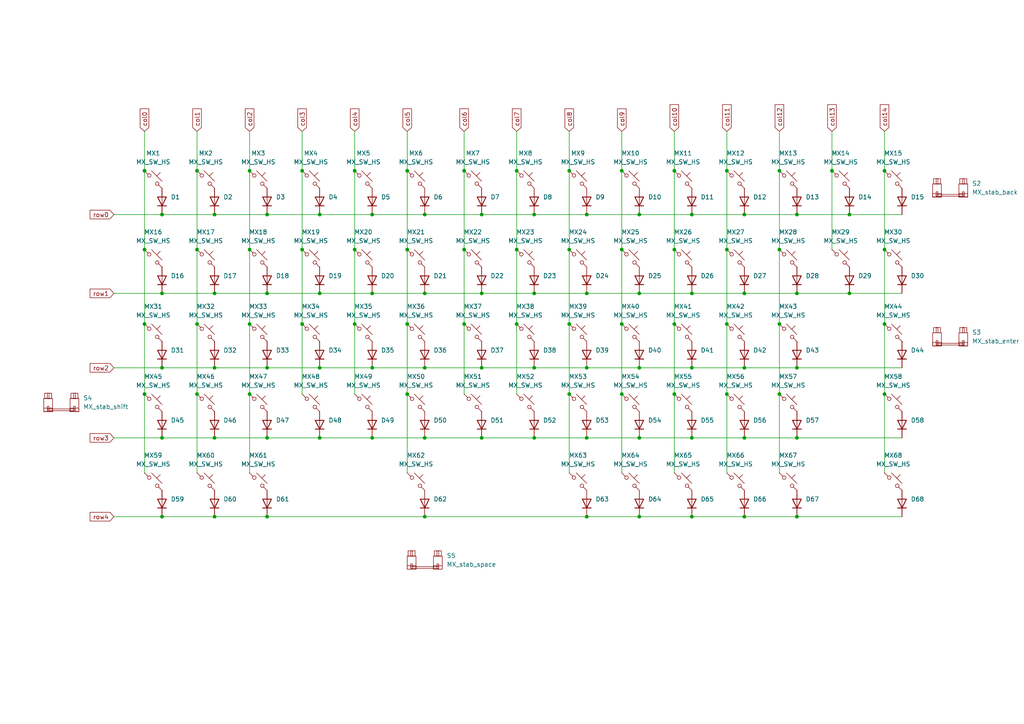
<source format=kicad_sch>
(kicad_sch (version 20231120) (generator "eeschema") (generator_version "8.0")
  (paper "A4")
  (junction (at 92.71 62.23))
  (junction (at 170.18 127))
  (junction (at 134.62 93.98))
  (junction (at 154.94 127))
  (junction (at 210.82 49.53))
  (junction (at 170.18 149.86))
  (junction (at 102.87 49.53))
  (junction (at 195.58 114.3))
  (junction (at 77.47 62.23))
  (junction (at 57.15 114.3))
  (junction (at 165.1 93.98))
  (junction (at 200.66 62.23))
  (junction (at 195.58 49.53))
  (junction (at 165.1 49.53))
  (junction (at 46.99 127))
  (junction (at 185.42 85.09))
  (junction (at 185.42 62.23))
  (junction (at 231.14 127))
  (junction (at 87.63 49.53))
  (junction (at 62.23 127))
  (junction (at 180.34 72.39))
  (junction (at 154.94 106.68))
  (junction (at 118.11 93.98))
  (junction (at 185.42 127))
  (junction (at 215.9 127))
  (junction (at 87.63 72.39))
  (junction (at 215.9 106.68))
  (junction (at 185.42 149.86))
  (junction (at 149.86 49.53))
  (junction (at 92.71 127))
  (junction (at 46.99 149.86))
  (junction (at 118.11 72.39))
  (junction (at 139.7 106.68))
  (junction (at 139.7 62.23))
  (junction (at 231.14 62.23))
  (junction (at 170.18 85.09))
  (junction (at 41.91 72.39))
  (junction (at 41.91 93.98))
  (junction (at 256.54 49.53))
  (junction (at 256.54 114.3))
  (junction (at 180.34 49.53))
  (junction (at 165.1 72.39))
  (junction (at 57.15 93.98))
  (junction (at 226.06 49.53))
  (junction (at 41.91 114.3))
  (junction (at 246.38 85.09))
  (junction (at 200.66 127))
  (junction (at 139.7 127))
  (junction (at 62.23 106.68))
  (junction (at 107.95 127))
  (junction (at 256.54 72.39))
  (junction (at 149.86 93.98))
  (junction (at 170.18 62.23))
  (junction (at 200.66 149.86))
  (junction (at 46.99 85.09))
  (junction (at 72.39 114.3))
  (junction (at 123.19 149.86))
  (junction (at 195.58 72.39))
  (junction (at 118.11 114.3))
  (junction (at 92.71 85.09))
  (junction (at 139.7 85.09))
  (junction (at 72.39 93.98))
  (junction (at 46.99 106.68))
  (junction (at 180.34 114.3))
  (junction (at 185.42 106.68))
  (junction (at 107.95 62.23))
  (junction (at 195.58 93.98))
  (junction (at 92.71 106.68))
  (junction (at 107.95 85.09))
  (junction (at 77.47 149.86))
  (junction (at 154.94 62.23))
  (junction (at 62.23 149.86))
  (junction (at 200.66 106.68))
  (junction (at 62.23 85.09))
  (junction (at 77.47 85.09))
  (junction (at 210.82 114.3))
  (junction (at 231.14 149.86))
  (junction (at 102.87 72.39))
  (junction (at 77.47 106.68))
  (junction (at 102.87 93.98))
  (junction (at 77.47 127))
  (junction (at 123.19 127))
  (junction (at 57.15 49.53))
  (junction (at 180.34 93.98))
  (junction (at 246.38 62.23))
  (junction (at 165.1 114.3))
  (junction (at 215.9 85.09))
  (junction (at 62.23 62.23))
  (junction (at 226.06 93.98))
  (junction (at 241.3 49.53))
  (junction (at 226.06 72.39))
  (junction (at 215.9 62.23))
  (junction (at 210.82 93.98))
  (junction (at 123.19 85.09))
  (junction (at 107.95 106.68))
  (junction (at 154.94 85.09))
  (junction (at 72.39 72.39))
  (junction (at 231.14 85.09))
  (junction (at 57.15 72.39))
  (junction (at 210.82 72.39))
  (junction (at 231.14 106.68))
  (junction (at 200.66 85.09))
  (junction (at 123.19 62.23))
  (junction (at 87.63 93.98))
  (junction (at 118.11 49.53))
  (junction (at 41.91 49.53))
  (junction (at 226.06 114.3))
  (junction (at 256.54 93.98))
  (junction (at 170.18 106.68))
  (junction (at 72.39 49.53))
  (junction (at 46.99 62.23))
  (junction (at 134.62 72.39))
  (junction (at 134.62 49.53))
  (junction (at 215.9 149.86))
  (junction (at 149.86 72.39))
  (junction (at 123.19 106.68))
  (wire (pts (xy 57.15 49.53) (xy 57.15 72.39)))
  (wire (pts (xy 92.71 62.23) (xy 107.95 62.23)))
  (wire (pts (xy 102.87 49.53) (xy 102.87 72.39)))
  (wire (pts (xy 165.1 93.98) (xy 165.1 114.3)))
  (wire (pts (xy 149.86 72.39) (xy 149.86 93.98)))
  (wire (pts (xy 118.11 93.98) (xy 118.11 114.3)))
  (wire (pts (xy 210.82 114.3) (xy 210.82 137.16)))
  (wire (pts (xy 87.63 38.1) (xy 87.63 49.53)))
  (wire (pts (xy 215.9 149.86) (xy 231.14 149.86)))
  (wire (pts (xy 226.06 72.39) (xy 226.06 93.98)))
  (wire (pts (xy 87.63 93.98) (xy 87.63 114.3)))
  (wire (pts (xy 200.66 85.09) (xy 215.9 85.09)))
  (wire (pts (xy 185.42 85.09) (xy 200.66 85.09)))
  (wire (pts (xy 231.14 106.68) (xy 261.62 106.68)))
  (wire (pts (xy 195.58 49.53) (xy 195.58 72.39)))
  (wire (pts (xy 77.47 127) (xy 92.71 127)))
  (wire (pts (xy 77.47 62.23) (xy 92.71 62.23)))
  (wire (pts (xy 246.38 85.09) (xy 261.62 85.09)))
  (wire (pts (xy 41.91 49.53) (xy 41.91 72.39)))
  (wire (pts (xy 139.7 85.09) (xy 154.94 85.09)))
  (wire (pts (xy 118.11 114.3) (xy 118.11 137.16)))
  (wire (pts (xy 134.62 49.53) (xy 134.62 72.39)))
  (wire (pts (xy 123.19 62.23) (xy 139.7 62.23)))
  (wire (pts (xy 123.19 127) (xy 139.7 127)))
  (wire (pts (xy 154.94 127) (xy 170.18 127)))
  (wire (pts (xy 46.99 106.68) (xy 62.23 106.68)))
  (wire (pts (xy 107.95 127) (xy 123.19 127)))
  (wire (pts (xy 226.06 93.98) (xy 226.06 114.3)))
  (wire (pts (xy 210.82 49.53) (xy 210.82 72.39)))
  (wire (pts (xy 118.11 38.1) (xy 118.11 49.53)))
  (wire (pts (xy 180.34 114.3) (xy 180.34 137.16)))
  (wire (pts (xy 154.94 62.23) (xy 170.18 62.23)))
  (wire (pts (xy 77.47 106.68) (xy 92.71 106.68)))
  (wire (pts (xy 195.58 93.98) (xy 195.58 114.3)))
  (wire (pts (xy 226.06 114.3) (xy 226.06 137.16)))
  (wire (pts (xy 57.15 38.1) (xy 57.15 49.53)))
  (wire (pts (xy 62.23 127) (xy 77.47 127)))
  (wire (pts (xy 165.1 49.53) (xy 165.1 72.39)))
  (wire (pts (xy 210.82 93.98) (xy 210.82 114.3)))
  (wire (pts (xy 195.58 38.1) (xy 195.58 49.53)))
  (wire (pts (xy 170.18 85.09) (xy 185.42 85.09)))
  (wire (pts (xy 200.66 127) (xy 215.9 127)))
  (wire (pts (xy 41.91 72.39) (xy 41.91 93.98)))
  (wire (pts (xy 241.3 49.53) (xy 241.3 72.39)))
  (wire (pts (xy 231.14 62.23) (xy 246.38 62.23)))
  (wire (pts (xy 165.1 114.3) (xy 165.1 137.16)))
  (wire (pts (xy 215.9 106.68) (xy 231.14 106.68)))
  (wire (pts (xy 33.02 85.09) (xy 46.99 85.09)))
  (wire (pts (xy 246.38 62.23) (xy 261.62 62.23)))
  (wire (pts (xy 180.34 49.53) (xy 180.34 72.39)))
  (wire (pts (xy 215.9 127) (xy 231.14 127)))
  (wire (pts (xy 215.9 62.23) (xy 231.14 62.23)))
  (wire (pts (xy 139.7 62.23) (xy 154.94 62.23)))
  (wire (pts (xy 57.15 114.3) (xy 57.15 137.16)))
  (wire (pts (xy 154.94 85.09) (xy 170.18 85.09)))
  (wire (pts (xy 77.47 149.86) (xy 123.19 149.86)))
  (wire (pts (xy 87.63 49.53) (xy 87.63 72.39)))
  (wire (pts (xy 46.99 62.23) (xy 62.23 62.23)))
  (wire (pts (xy 118.11 49.53) (xy 118.11 72.39)))
  (wire (pts (xy 62.23 85.09) (xy 77.47 85.09)))
  (wire (pts (xy 41.91 93.98) (xy 41.91 114.3)))
  (wire (pts (xy 92.71 127) (xy 107.95 127)))
  (wire (pts (xy 231.14 127) (xy 261.62 127)))
  (wire (pts (xy 215.9 85.09) (xy 231.14 85.09)))
  (wire (pts (xy 87.63 72.39) (xy 87.63 93.98)))
  (wire (pts (xy 107.95 106.68) (xy 123.19 106.68)))
  (wire (pts (xy 123.19 149.86) (xy 170.18 149.86)))
  (wire (pts (xy 185.42 106.68) (xy 200.66 106.68)))
  (wire (pts (xy 185.42 62.23) (xy 200.66 62.23)))
  (wire (pts (xy 256.54 49.53) (xy 256.54 72.39)))
  (wire (pts (xy 149.86 38.1) (xy 149.86 49.53)))
  (wire (pts (xy 62.23 62.23) (xy 77.47 62.23)))
  (wire (pts (xy 180.34 38.1) (xy 180.34 49.53)))
  (wire (pts (xy 195.58 114.3) (xy 195.58 137.16)))
  (wire (pts (xy 195.58 72.39) (xy 195.58 93.98)))
  (wire (pts (xy 200.66 149.86) (xy 215.9 149.86)))
  (wire (pts (xy 134.62 38.1) (xy 134.62 49.53)))
  (wire (pts (xy 62.23 106.68) (xy 77.47 106.68)))
  (wire (pts (xy 77.47 85.09) (xy 92.71 85.09)))
  (wire (pts (xy 41.91 38.1) (xy 41.91 49.53)))
  (wire (pts (xy 165.1 38.1) (xy 165.1 49.53)))
  (wire (pts (xy 92.71 106.68) (xy 107.95 106.68)))
  (wire (pts (xy 62.23 149.86) (xy 77.47 149.86)))
  (wire (pts (xy 72.39 38.1) (xy 72.39 49.53)))
  (wire (pts (xy 170.18 149.86) (xy 185.42 149.86)))
  (wire (pts (xy 33.02 62.23) (xy 46.99 62.23)))
  (wire (pts (xy 256.54 93.98) (xy 256.54 114.3)))
  (wire (pts (xy 139.7 127) (xy 154.94 127)))
  (wire (pts (xy 200.66 106.68) (xy 215.9 106.68)))
  (wire (pts (xy 180.34 93.98) (xy 180.34 114.3)))
  (wire (pts (xy 210.82 38.1) (xy 210.82 49.53)))
  (wire (pts (xy 149.86 93.98) (xy 149.86 114.3)))
  (wire (pts (xy 41.91 114.3) (xy 41.91 137.16)))
  (wire (pts (xy 154.94 106.68) (xy 170.18 106.68)))
  (wire (pts (xy 149.86 49.53) (xy 149.86 72.39)))
  (wire (pts (xy 33.02 149.86) (xy 46.99 149.86)))
  (wire (pts (xy 231.14 85.09) (xy 246.38 85.09)))
  (wire (pts (xy 102.87 72.39) (xy 102.87 93.98)))
  (wire (pts (xy 72.39 114.3) (xy 72.39 137.16)))
  (wire (pts (xy 231.14 149.86) (xy 261.62 149.86)))
  (wire (pts (xy 226.06 49.53) (xy 226.06 72.39)))
  (wire (pts (xy 72.39 49.53) (xy 72.39 72.39)))
  (wire (pts (xy 72.39 72.39) (xy 72.39 93.98)))
  (wire (pts (xy 107.95 62.23) (xy 123.19 62.23)))
  (wire (pts (xy 170.18 127) (xy 185.42 127)))
  (wire (pts (xy 170.18 62.23) (xy 185.42 62.23)))
  (wire (pts (xy 185.42 127) (xy 200.66 127)))
  (wire (pts (xy 72.39 93.98) (xy 72.39 114.3)))
  (wire (pts (xy 102.87 93.98) (xy 102.87 114.3)))
  (wire (pts (xy 165.1 72.39) (xy 165.1 93.98)))
  (wire (pts (xy 200.66 149.86) (xy 185.42 149.86)))
  (wire (pts (xy 256.54 38.1) (xy 256.54 49.53)))
  (wire (pts (xy 46.99 149.86) (xy 62.23 149.86)))
  (wire (pts (xy 134.62 72.39) (xy 134.62 93.98)))
  (wire (pts (xy 46.99 85.09) (xy 62.23 85.09)))
  (wire (pts (xy 92.71 85.09) (xy 107.95 85.09)))
  (wire (pts (xy 226.06 38.1) (xy 226.06 49.53)))
  (wire (pts (xy 170.18 106.68) (xy 185.42 106.68)))
  (wire (pts (xy 57.15 93.98) (xy 57.15 114.3)))
  (wire (pts (xy 102.87 38.1) (xy 102.87 49.53)))
  (wire (pts (xy 46.99 127) (xy 62.23 127)))
  (wire (pts (xy 134.62 93.98) (xy 134.62 114.3)))
  (wire (pts (xy 107.95 85.09) (xy 123.19 85.09)))
  (wire (pts (xy 118.11 72.39) (xy 118.11 93.98)))
  (wire (pts (xy 123.19 106.68) (xy 139.7 106.68)))
  (wire (pts (xy 210.82 72.39) (xy 210.82 93.98)))
  (wire (pts (xy 123.19 85.09) (xy 139.7 85.09)))
  (wire (pts (xy 139.7 106.68) (xy 154.94 106.68)))
  (wire (pts (xy 180.34 72.39) (xy 180.34 93.98)))
  (wire (pts (xy 57.15 72.39) (xy 57.15 93.98)))
  (wire (pts (xy 33.02 127) (xy 46.99 127)))
  (wire (pts (xy 200.66 62.23) (xy 215.9 62.23)))
  (wire (pts (xy 256.54 72.39) (xy 256.54 93.98)))
  (wire (pts (xy 33.02 106.68) (xy 46.99 106.68)))
  (wire (pts (xy 241.3 38.1) (xy 241.3 49.53)))
  (wire (pts (xy 256.54 114.3) (xy 256.54 137.16)))
  (global_label "col8" (shape input) (at 165.1 38.1 90) (property "Intersheetrefs" "${INTERSHEET_REFS}" (effects (hide yes))))
  (global_label "col3" (shape input) (at 87.63 38.1 90) (property "Intersheetrefs" "${INTERSHEET_REFS}" (effects (hide yes))))
  (global_label "col10" (shape input) (at 195.58 38.1 90) (property "Intersheetrefs" "${INTERSHEET_REFS}" (effects (hide yes))))
  (global_label "col2" (shape input) (at 72.39 38.1 90) (property "Intersheetrefs" "${INTERSHEET_REFS}" (effects (hide yes))))
  (global_label "col5" (shape input) (at 118.11 38.1 90) (property "Intersheetrefs" "${INTERSHEET_REFS}" (effects (hide yes))))
  (global_label "col4" (shape input) (at 102.87 38.1 90) (property "Intersheetrefs" "${INTERSHEET_REFS}" (effects (hide yes))))
  (global_label "col12" (shape input) (at 226.06 38.1 90) (property "Intersheetrefs" "${INTERSHEET_REFS}" (effects (hide yes))))
  (global_label "col14" (shape input) (at 256.54 38.1 90) (property "Intersheetrefs" "${INTERSHEET_REFS}" (effects (hide yes))))
  (global_label "col0" (shape input) (at 41.91 38.1 90) (property "Intersheetrefs" "${INTERSHEET_REFS}" (effects (hide yes))))
  (global_label "col6" (shape input) (at 134.62 38.1 90) (property "Intersheetrefs" "${INTERSHEET_REFS}" (effects (hide yes))))
  (global_label "col7" (shape input) (at 149.86 38.1 90) (property "Intersheetrefs" "${INTERSHEET_REFS}" (effects (hide yes))))
  (global_label "row2" (shape input) (at 33.02 106.68 180) (property "Intersheetrefs" "${INTERSHEET_REFS}" (effects (hide yes))))
  (global_label "col9" (shape input) (at 180.34 38.1 90) (property "Intersheetrefs" "${INTERSHEET_REFS}" (effects (hide yes))))
  (global_label "col11" (shape input) (at 210.82 38.1 90) (property "Intersheetrefs" "${INTERSHEET_REFS}" (effects (hide yes))))
  (global_label "row3" (shape input) (at 33.02 127 180) (property "Intersheetrefs" "${INTERSHEET_REFS}" (effects (hide yes))))
  (global_label "col13" (shape input) (at 241.3 38.1 90) (property "Intersheetrefs" "${INTERSHEET_REFS}" (effects (hide yes))))
  (global_label "row0" (shape input) (at 33.02 62.23 180) (property "Intersheetrefs" "${INTERSHEET_REFS}" (effects (hide yes))))
  (global_label "col1" (shape input) (at 57.15 38.1 90) (property "Intersheetrefs" "${INTERSHEET_REFS}" (effects (hide yes))))
  (global_label "row1" (shape input) (at 33.02 85.09 180) (property "Intersheetrefs" "${INTERSHEET_REFS}" (effects (hide yes))))
  (global_label "row4" (shape input) (at 33.02 149.86 180) (property "Intersheetrefs" "${INTERSHEET_REFS}" (effects (hide yes))))
  (symbol (lib_id "PCM_marbastlib-mx:MX_SW_HS_CPG151101S11") (at 90.17 116.84 0) (unit 1)
    (property "Reference" "MX48" (at 90.17 109.22 0))
    (property "Value" "MX_SW_HS" (at 90.17 111.76 0))
    (property "Footprint" "PCM_marbastlib-mx:SW_MX_HS_CPG151101S11_1u" (effects (hide yes)))
    (property "Description" "Push button switch, normally open, two pins, 45° tilted, Kailh CPG151101S11 for Cherry MX style switches" (effects (hide yes)))
  )
  (symbol (lib_id "PCM_marbastlib-mx:MX_SW_HS_CPG151101S11") (at 167.64 52.07 0) (unit 1)
    (property "Reference" "MX9" (at 167.64 44.45 0))
    (property "Value" "MX_SW_HS" (at 167.64 46.99 0))
    (property "Footprint" "PCM_marbastlib-mx:SW_MX_HS_CPG151101S11_1u" (effects (hide yes)))
    (property "Description" "Push button switch, normally open, two pins, 45° tilted, Kailh CPG151101S11 for Cherry MX style switches" (effects (hide yes)))
  )
  (symbol (lib_id "Device:D") (at 46.99 123.19 90) (unit 1)
    (property "Reference" "D45" (at 49.53 121.9199 90) (effects (justify right)))
    (property "Value" "D" (effects (hide yes)))
    (property "Footprint" "Diode_SMD:D_SOD-123" (effects (hide yes)))
    (property "Description" "Diode" (effects (hide yes)))
    (property "Sim.Device" "D" (effects (hide yes)))
    (property "Sim.Pins" "1=K 2=A" (effects (hide yes)))
  )
  (symbol (lib_id "Device:D") (at 170.18 102.87 90) (unit 1)
    (property "Reference" "D39" (at 172.72 101.5999 90) (effects (justify right)))
    (property "Value" "D" (effects (hide yes)))
    (property "Footprint" "Diode_SMD:D_SOD-123" (effects (hide yes)))
    (property "Description" "Diode" (effects (hide yes)))
    (property "Sim.Device" "D" (effects (hide yes)))
    (property "Sim.Pins" "1=K 2=A" (effects (hide yes)))
  )
  (symbol (lib_id "Device:D") (at 107.95 102.87 90) (unit 1)
    (property "Reference" "D35" (at 110.49 101.5999 90) (effects (justify right)))
    (property "Value" "D" (effects (hide yes)))
    (property "Footprint" "Diode_SMD:D_SOD-123" (effects (hide yes)))
    (property "Description" "Diode" (effects (hide yes)))
    (property "Sim.Device" "D" (effects (hide yes)))
    (property "Sim.Pins" "1=K 2=A" (effects (hide yes)))
  )
  (symbol (lib_id "PCM_marbastlib-mx:MX_SW_HS_CPG151101S11") (at 120.65 96.52 0) (unit 1)
    (property "Reference" "MX36" (at 120.65 88.9 0))
    (property "Value" "MX_SW_HS" (at 120.65 91.44 0))
    (property "Footprint" "PCM_marbastlib-mx:SW_MX_HS_CPG151101S11_1u" (effects (hide yes)))
    (property "Description" "Push button switch, normally open, two pins, 45° tilted, Kailh CPG151101S11 for Cherry MX style switches" (effects (hide yes)))
  )
  (symbol (lib_id "Device:D") (at 200.66 102.87 90) (unit 1)
    (property "Reference" "D41" (at 203.2 101.5999 90) (effects (justify right)))
    (property "Value" "D" (effects (hide yes)))
    (property "Footprint" "Diode_SMD:D_SOD-123" (effects (hide yes)))
    (property "Description" "Diode" (effects (hide yes)))
    (property "Sim.Device" "D" (effects (hide yes)))
    (property "Sim.Pins" "1=K 2=A" (effects (hide yes)))
  )
  (symbol (lib_id "Device:D") (at 261.62 102.87 90) (unit 1)
    (property "Reference" "D44" (at 264.16 101.5999 90) (effects (justify right)))
    (property "Value" "D" (effects (hide yes)))
    (property "Footprint" "Diode_SMD:D_SOD-123" (effects (hide yes)))
    (property "Description" "Diode" (effects (hide yes)))
    (property "Sim.Device" "D" (effects (hide yes)))
    (property "Sim.Pins" "1=K 2=A" (effects (hide yes)))
  )
  (symbol (lib_id "PCM_marbastlib-mx:MX_SW_HS_CPG151101S11") (at 74.93 52.07 0) (unit 1)
    (property "Reference" "MX3" (at 74.93 44.45 0))
    (property "Value" "MX_SW_HS" (at 74.93 46.99 0))
    (property "Footprint" "PCM_marbastlib-mx:SW_MX_HS_CPG151101S11_1u" (effects (hide yes)))
    (property "Description" "Push button switch, normally open, two pins, 45° tilted, Kailh CPG151101S11 for Cherry MX style switches" (effects (hide yes)))
  )
  (symbol (lib_id "PCM_marbastlib-mx:MX_SW_HS_CPG151101S11") (at 259.08 96.52 0) (unit 1)
    (property "Reference" "MX44" (at 259.08 88.9 0))
    (property "Value" "MX_SW_HS" (at 259.08 91.44 0))
    (property "Footprint" "PCM_marbastlib-mx:SW_MX_HS_CPG151101S11_1u" (effects (hide yes)))
    (property "Description" "Push button switch, normally open, two pins, 45° tilted, Kailh CPG151101S11 for Cherry MX style switches" (effects (hide yes)))
  )
  (symbol (lib_id "Device:D") (at 200.66 81.28 90) (unit 1)
    (property "Reference" "D26" (at 203.2 80.0099 90) (effects (justify right)))
    (property "Value" "D" (effects (hide yes)))
    (property "Footprint" "Diode_SMD:D_SOD-123" (effects (hide yes)))
    (property "Description" "Diode" (effects (hide yes)))
    (property "Sim.Device" "D" (effects (hide yes)))
    (property "Sim.Pins" "1=K 2=A" (effects (hide yes)))
  )
  (symbol (lib_id "Device:D") (at 215.9 123.19 90) (unit 1)
    (property "Reference" "D56" (at 218.44 121.9199 90) (effects (justify right)))
    (property "Value" "D" (effects (hide yes)))
    (property "Footprint" "Diode_SMD:D_SOD-123" (effects (hide yes)))
    (property "Description" "Diode" (effects (hide yes)))
    (property "Sim.Device" "D" (effects (hide yes)))
    (property "Sim.Pins" "1=K 2=A" (effects (hide yes)))
  )
  (symbol (lib_id "PCM_marbastlib-mx:MX_SW_HS_CPG151101S11") (at 44.45 52.07 0) (unit 1)
    (property "Reference" "MX1" (at 44.45 44.45 0))
    (property "Value" "MX_SW_HS" (at 44.45 46.99 0))
    (property "Footprint" "PCM_marbastlib-mx:SW_MX_HS_CPG151101S11_1u" (effects (hide yes)))
    (property "Description" "Push button switch, normally open, two pins, 45° tilted, Kailh CPG151101S11 for Cherry MX style switches" (effects (hide yes)))
  )
  (symbol (lib_id "Device:D") (at 77.47 81.28 90) (unit 1)
    (property "Reference" "D18" (at 80.01 80.0099 90) (effects (justify right)))
    (property "Value" "D" (effects (hide yes)))
    (property "Footprint" "Diode_SMD:D_SOD-123" (effects (hide yes)))
    (property "Description" "Diode" (effects (hide yes)))
    (property "Sim.Device" "D" (effects (hide yes)))
    (property "Sim.Pins" "1=K 2=A" (effects (hide yes)))
  )
  (symbol (lib_id "Device:D") (at 62.23 81.28 90) (unit 1)
    (property "Reference" "D17" (at 64.77 80.0099 90) (effects (justify right)))
    (property "Value" "D" (effects (hide yes)))
    (property "Footprint" "Diode_SMD:D_SOD-123" (effects (hide yes)))
    (property "Description" "Diode" (effects (hide yes)))
    (property "Sim.Device" "D" (effects (hide yes)))
    (property "Sim.Pins" "1=K 2=A" (effects (hide yes)))
  )
  (symbol (lib_id "PCM_marbastlib-mx:MX_SW_HS_CPG151101S11") (at 105.41 96.52 0) (unit 1)
    (property "Reference" "MX35" (at 105.41 88.9 0))
    (property "Value" "MX_SW_HS" (at 105.41 91.44 0))
    (property "Footprint" "PCM_marbastlib-mx:SW_MX_HS_CPG151101S11_1u" (effects (hide yes)))
    (property "Description" "Push button switch, normally open, two pins, 45° tilted, Kailh CPG151101S11 for Cherry MX style switches" (effects (hide yes)))
  )
  (symbol (lib_id "Device:D") (at 200.66 123.19 90) (unit 1)
    (property "Reference" "D55" (at 203.2 121.9199 90) (effects (justify right)))
    (property "Value" "D" (effects (hide yes)))
    (property "Footprint" "Diode_SMD:D_SOD-123" (effects (hide yes)))
    (property "Description" "Diode" (effects (hide yes)))
    (property "Sim.Device" "D" (effects (hide yes)))
    (property "Sim.Pins" "1=K 2=A" (effects (hide yes)))
  )
  (symbol (lib_id "PCM_marbastlib-mx:MX_SW_HS_CPG151101S11") (at 198.12 116.84 0) (unit 1)
    (property "Reference" "MX55" (at 198.12 109.22 0))
    (property "Value" "MX_SW_HS" (at 198.12 111.76 0))
    (property "Footprint" "PCM_marbastlib-mx:SW_MX_HS_CPG151101S11_1u" (effects (hide yes)))
    (property "Description" "Push button switch, normally open, two pins, 45° tilted, Kailh CPG151101S11 for Cherry MX style switches" (effects (hide yes)))
  )
  (symbol (lib_id "PCM_marbastlib-mx:MX_SW_HS_CPG151101S11") (at 259.08 74.93 0) (unit 1)
    (property "Reference" "MX30" (at 259.08 67.31 0))
    (property "Value" "MX_SW_HS" (at 259.08 69.85 0))
    (property "Footprint" "PCM_marbastlib-mx:SW_MX_HS_CPG151101S11_1u" (effects (hide yes)))
    (property "Description" "Push button switch, normally open, two pins, 45° tilted, Kailh CPG151101S11 for Cherry MX style switches" (effects (hide yes)))
  )
  (symbol (lib_id "PCM_marbastlib-mx:MX_stab") (at 123.19 162.56 0) (unit 1)
    (property "Reference" "S5" (at 129.54 161.1629 0) (effects (justify left)))
    (property "Value" "MX_stab_space" (at 129.54 163.7029 0) (effects (justify left)))
    (property "Footprint" "PCM_marbastlib-mx:STAB_MX_P_6.25u" (effects (hide yes)))
    (property "Description" "Cherry MX-style stabilizer" (effects (hide yes)))
  )
  (symbol (lib_id "Device:D") (at 107.95 81.28 90) (unit 1)
    (property "Reference" "D20" (at 110.49 80.0099 90) (effects (justify right)))
    (property "Value" "D" (effects (hide yes)))
    (property "Footprint" "Diode_SMD:D_SOD-123" (effects (hide yes)))
    (property "Description" "Diode" (effects (hide yes)))
    (property "Sim.Device" "D" (effects (hide yes)))
    (property "Sim.Pins" "1=K 2=A" (effects (hide yes)))
  )
  (symbol (lib_id "Device:D") (at 62.23 102.87 90) (unit 1)
    (property "Reference" "D32" (at 64.77 101.5999 90) (effects (justify right)))
    (property "Value" "D" (effects (hide yes)))
    (property "Footprint" "Diode_SMD:D_SOD-123" (effects (hide yes)))
    (property "Description" "Diode" (effects (hide yes)))
    (property "Sim.Device" "D" (effects (hide yes)))
    (property "Sim.Pins" "1=K 2=A" (effects (hide yes)))
  )
  (symbol (lib_id "PCM_marbastlib-mx:MX_SW_HS_CPG151101S11") (at 74.93 74.93 0) (unit 1)
    (property "Reference" "MX18" (at 74.93 67.31 0))
    (property "Value" "MX_SW_HS" (at 74.93 69.85 0))
    (property "Footprint" "PCM_marbastlib-mx:SW_MX_HS_CPG151101S11_1u" (effects (hide yes)))
    (property "Description" "Push button switch, normally open, two pins, 45° tilted, Kailh CPG151101S11 for Cherry MX style switches" (effects (hide yes)))
  )
  (symbol (lib_id "Device:D") (at 185.42 123.19 90) (unit 1)
    (property "Reference" "D54" (at 187.96 121.9199 90) (effects (justify right)))
    (property "Value" "D" (effects (hide yes)))
    (property "Footprint" "Diode_SMD:D_SOD-123" (effects (hide yes)))
    (property "Description" "Diode" (effects (hide yes)))
    (property "Sim.Device" "D" (effects (hide yes)))
    (property "Sim.Pins" "1=K 2=A" (effects (hide yes)))
  )
  (symbol (lib_id "Device:D") (at 123.19 102.87 90) (unit 1)
    (property "Reference" "D36" (at 125.73 101.5999 90) (effects (justify right)))
    (property "Value" "D" (effects (hide yes)))
    (property "Footprint" "Diode_SMD:D_SOD-123" (effects (hide yes)))
    (property "Description" "Diode" (effects (hide yes)))
    (property "Sim.Device" "D" (effects (hide yes)))
    (property "Sim.Pins" "1=K 2=A" (effects (hide yes)))
  )
  (symbol (lib_id "PCM_marbastlib-mx:MX_SW_HS_CPG151101S11") (at 44.45 74.93 0) (unit 1)
    (property "Reference" "MX16" (at 44.45 67.31 0))
    (property "Value" "MX_SW_HS" (at 44.45 69.85 0))
    (property "Footprint" "PCM_marbastlib-mx:SW_MX_HS_CPG151101S11_1u" (effects (hide yes)))
    (property "Description" "Push button switch, normally open, two pins, 45° tilted, Kailh CPG151101S11 for Cherry MX style switches" (effects (hide yes)))
  )
  (symbol (lib_id "PCM_marbastlib-mx:MX_SW_HS_CPG151101S11") (at 59.69 139.7 0) (unit 1)
    (property "Reference" "MX60" (at 59.69 132.08 0))
    (property "Value" "MX_SW_HS" (at 59.69 134.62 0))
    (property "Footprint" "PCM_marbastlib-mx:SW_MX_HS_CPG151101S11_1u" (effects (hide yes)))
    (property "Description" "Push button switch, normally open, two pins, 45° tilted, Kailh CPG151101S11 for Cherry MX style switches" (effects (hide yes)))
  )
  (symbol (lib_id "Device:D") (at 123.19 58.42 90) (unit 1)
    (property "Reference" "D6" (at 125.73 57.1499 90) (effects (justify right)))
    (property "Value" "D" (effects (hide yes)))
    (property "Footprint" "Diode_SMD:D_SOD-123" (effects (hide yes)))
    (property "Description" "Diode" (effects (hide yes)))
    (property "Sim.Device" "D" (effects (hide yes)))
    (property "Sim.Pins" "1=K 2=A" (effects (hide yes)))
  )
  (symbol (lib_id "Device:D") (at 139.7 123.19 90) (unit 1)
    (property "Reference" "D51" (at 142.24 121.9199 90) (effects (justify right)))
    (property "Value" "D" (effects (hide yes)))
    (property "Footprint" "Diode_SMD:D_SOD-123" (effects (hide yes)))
    (property "Description" "Diode" (effects (hide yes)))
    (property "Sim.Device" "D" (effects (hide yes)))
    (property "Sim.Pins" "1=K 2=A" (effects (hide yes)))
  )
  (symbol (lib_id "PCM_marbastlib-mx:MX_SW_HS_CPG151101S11") (at 90.17 74.93 0) (unit 1)
    (property "Reference" "MX19" (at 90.17 67.31 0))
    (property "Value" "MX_SW_HS" (at 90.17 69.85 0))
    (property "Footprint" "PCM_marbastlib-mx:SW_MX_HS_CPG151101S11_1u" (effects (hide yes)))
    (property "Description" "Push button switch, normally open, two pins, 45° tilted, Kailh CPG151101S11 for Cherry MX style switches" (effects (hide yes)))
  )
  (symbol (lib_id "PCM_marbastlib-mx:MX_SW_HS_CPG151101S11") (at 44.45 96.52 0) (unit 1)
    (property "Reference" "MX31" (at 44.45 88.9 0))
    (property "Value" "MX_SW_HS" (at 44.45 91.44 0))
    (property "Footprint" "PCM_marbastlib-mx:SW_MX_HS_CPG151101S11_1u" (effects (hide yes)))
    (property "Description" "Push button switch, normally open, two pins, 45° tilted, Kailh CPG151101S11 for Cherry MX style switches" (effects (hide yes)))
  )
  (symbol (lib_id "Device:D") (at 62.23 58.42 90) (unit 1)
    (property "Reference" "D2" (at 64.77 57.1499 90) (effects (justify right)))
    (property "Value" "D" (effects (hide yes)))
    (property "Footprint" "Diode_SMD:D_SOD-123" (effects (hide yes)))
    (property "Description" "Diode" (effects (hide yes)))
    (property "Sim.Device" "D" (effects (hide yes)))
    (property "Sim.Pins" "1=K 2=A" (effects (hide yes)))
  )
  (symbol (lib_id "Device:D") (at 170.18 146.05 90) (unit 1)
    (property "Reference" "D63" (at 172.72 144.7799 90) (effects (justify right)))
    (property "Value" "D" (effects (hide yes)))
    (property "Footprint" "Diode_SMD:D_SOD-123" (effects (hide yes)))
    (property "Description" "Diode" (effects (hide yes)))
    (property "Sim.Device" "D" (effects (hide yes)))
    (property "Sim.Pins" "1=K 2=A" (effects (hide yes)))
  )
  (symbol (lib_id "PCM_marbastlib-mx:MX_SW_HS_CPG151101S11") (at 198.12 52.07 0) (unit 1)
    (property "Reference" "MX11" (at 198.12 44.45 0))
    (property "Value" "MX_SW_HS" (at 198.12 46.99 0))
    (property "Footprint" "PCM_marbastlib-mx:SW_MX_HS_CPG151101S11_1u" (effects (hide yes)))
    (property "Description" "Push button switch, normally open, two pins, 45° tilted, Kailh CPG151101S11 for Cherry MX style switches" (effects (hide yes)))
  )
  (symbol (lib_id "Device:D") (at 231.14 146.05 90) (unit 1)
    (property "Reference" "D67" (at 233.68 144.7799 90) (effects (justify right)))
    (property "Value" "D" (effects (hide yes)))
    (property "Footprint" "Diode_SMD:D_SOD-123" (effects (hide yes)))
    (property "Description" "Diode" (effects (hide yes)))
    (property "Sim.Device" "D" (effects (hide yes)))
    (property "Sim.Pins" "1=K 2=A" (effects (hide yes)))
  )
  (symbol (lib_id "Device:D") (at 123.19 81.28 90) (unit 1)
    (property "Reference" "D21" (at 125.73 80.0099 90) (effects (justify right)))
    (property "Value" "D" (effects (hide yes)))
    (property "Footprint" "Diode_SMD:D_SOD-123" (effects (hide yes)))
    (property "Description" "Diode" (effects (hide yes)))
    (property "Sim.Device" "D" (effects (hide yes)))
    (property "Sim.Pins" "1=K 2=A" (effects (hide yes)))
  )
  (symbol (lib_id "Device:D") (at 231.14 102.87 90) (unit 1)
    (property "Reference" "D43" (at 233.68 101.5999 90) (effects (justify right)))
    (property "Value" "D" (effects (hide yes)))
    (property "Footprint" "Diode_SMD:D_SOD-123" (effects (hide yes)))
    (property "Description" "Diode" (effects (hide yes)))
    (property "Sim.Device" "D" (effects (hide yes)))
    (property "Sim.Pins" "1=K 2=A" (effects (hide yes)))
  )
  (symbol (lib_id "PCM_marbastlib-mx:MX_SW_HS_CPG151101S11") (at 105.41 74.93 0) (unit 1)
    (property "Reference" "MX20" (at 105.41 67.31 0))
    (property "Value" "MX_SW_HS" (at 105.41 69.85 0))
    (property "Footprint" "PCM_marbastlib-mx:SW_MX_HS_CPG151101S11_1u" (effects (hide yes)))
    (property "Description" "Push button switch, normally open, two pins, 45° tilted, Kailh CPG151101S11 for Cherry MX style switches" (effects (hide yes)))
  )
  (symbol (lib_id "PCM_marbastlib-mx:MX_SW_HS_CPG151101S11") (at 74.93 116.84 0) (unit 1)
    (property "Reference" "MX47" (at 74.93 109.22 0))
    (property "Value" "MX_SW_HS" (at 74.93 111.76 0))
    (property "Footprint" "PCM_marbastlib-mx:SW_MX_HS_CPG151101S11_1u" (effects (hide yes)))
    (property "Description" "Push button switch, normally open, two pins, 45° tilted, Kailh CPG151101S11 for Cherry MX style switches" (effects (hide yes)))
  )
  (symbol (lib_id "PCM_marbastlib-mx:MX_SW_HS_CPG151101S11") (at 74.93 139.7 0) (unit 1)
    (property "Reference" "MX61" (at 74.93 132.08 0))
    (property "Value" "MX_SW_HS" (at 74.93 134.62 0))
    (property "Footprint" "PCM_marbastlib-mx:SW_MX_HS_CPG151101S11_1u" (effects (hide yes)))
    (property "Description" "Push button switch, normally open, two pins, 45° tilted, Kailh CPG151101S11 for Cherry MX style switches" (effects (hide yes)))
  )
  (symbol (lib_id "Device:D") (at 46.99 81.28 90) (unit 1)
    (property "Reference" "D16" (at 49.53 80.0099 90) (effects (justify right)))
    (property "Value" "D" (effects (hide yes)))
    (property "Footprint" "Diode_SMD:D_SOD-123" (effects (hide yes)))
    (property "Description" "Diode" (effects (hide yes)))
    (property "Sim.Device" "D" (effects (hide yes)))
    (property "Sim.Pins" "1=K 2=A" (effects (hide yes)))
  )
  (symbol (lib_id "Device:D") (at 154.94 58.42 90) (unit 1)
    (property "Reference" "D8" (at 157.48 57.1499 90) (effects (justify right)))
    (property "Value" "D" (effects (hide yes)))
    (property "Footprint" "Diode_SMD:D_SOD-123" (effects (hide yes)))
    (property "Description" "Diode" (effects (hide yes)))
    (property "Sim.Device" "D" (effects (hide yes)))
    (property "Sim.Pins" "1=K 2=A" (effects (hide yes)))
  )
  (symbol (lib_id "Device:D") (at 261.62 58.42 90) (unit 1)
    (property "Reference" "D15" (at 264.16 57.1499 90) (effects (justify right)))
    (property "Value" "D" (effects (hide yes)))
    (property "Footprint" "Diode_SMD:D_SOD-123" (effects (hide yes)))
    (property "Description" "Diode" (effects (hide yes)))
    (property "Sim.Device" "D" (effects (hide yes)))
    (property "Sim.Pins" "1=K 2=A" (effects (hide yes)))
  )
  (symbol (lib_id "PCM_marbastlib-mx:MX_SW_HS_CPG151101S11") (at 137.16 96.52 0) (unit 1)
    (property "Reference" "MX37" (at 137.16 88.9 0))
    (property "Value" "MX_SW_HS" (at 137.16 91.44 0))
    (property "Footprint" "PCM_marbastlib-mx:SW_MX_HS_CPG151101S11_1u" (effects (hide yes)))
    (property "Description" "Push button switch, normally open, two pins, 45° tilted, Kailh CPG151101S11 for Cherry MX style switches" (effects (hide yes)))
  )
  (symbol (lib_id "PCM_marbastlib-mx:MX_SW_HS_CPG151101S11") (at 167.64 116.84 0) (unit 1)
    (property "Reference" "MX53" (at 167.64 109.22 0))
    (property "Value" "MX_SW_HS" (at 167.64 111.76 0))
    (property "Footprint" "PCM_marbastlib-mx:SW_MX_HS_CPG151101S11_1u" (effects (hide yes)))
    (property "Description" "Push button switch, normally open, two pins, 45° tilted, Kailh CPG151101S11 for Cherry MX style switches" (effects (hide yes)))
  )
  (symbol (lib_id "PCM_marbastlib-mx:MX_SW_HS_CPG151101S11") (at 105.41 52.07 0) (unit 1)
    (property "Reference" "MX5" (at 105.41 44.45 0))
    (property "Value" "MX_SW_HS" (at 105.41 46.99 0))
    (property "Footprint" "PCM_marbastlib-mx:SW_MX_HS_CPG151101S11_1u" (effects (hide yes)))
    (property "Description" "Push button switch, normally open, two pins, 45° tilted, Kailh CPG151101S11 for Cherry MX style switches" (effects (hide yes)))
  )
  (symbol (lib_id "PCM_marbastlib-mx:MX_SW_HS_CPG151101S11") (at 59.69 116.84 0) (unit 1)
    (property "Reference" "MX46" (at 59.69 109.22 0))
    (property "Value" "MX_SW_HS" (at 59.69 111.76 0))
    (property "Footprint" "PCM_marbastlib-mx:SW_MX_HS_CPG151101S11_1u" (effects (hide yes)))
    (property "Description" "Push button switch, normally open, two pins, 45° tilted, Kailh CPG151101S11 for Cherry MX style switches" (effects (hide yes)))
  )
  (symbol (lib_id "PCM_marbastlib-mx:MX_SW_HS_CPG151101S11") (at 44.45 139.7 0) (unit 1)
    (property "Reference" "MX59" (at 44.45 132.08 0))
    (property "Value" "MX_SW_HS" (at 44.45 134.62 0))
    (property "Footprint" "PCM_marbastlib-mx:SW_MX_HS_CPG151101S11_1u" (effects (hide yes)))
    (property "Description" "Push button switch, normally open, two pins, 45° tilted, Kailh CPG151101S11 for Cherry MX style switches" (effects (hide yes)))
  )
  (symbol (lib_id "PCM_marbastlib-mx:MX_SW_HS_CPG151101S11") (at 120.65 74.93 0) (unit 1)
    (property "Reference" "MX21" (at 120.65 67.31 0))
    (property "Value" "MX_SW_HS" (at 120.65 69.85 0))
    (property "Footprint" "PCM_marbastlib-mx:SW_MX_HS_CPG151101S11_1u" (effects (hide yes)))
    (property "Description" "Push button switch, normally open, two pins, 45° tilted, Kailh CPG151101S11 for Cherry MX style switches" (effects (hide yes)))
  )
  (symbol (lib_id "PCM_marbastlib-mx:MX_SW_HS_CPG151101S11") (at 137.16 116.84 0) (unit 1)
    (property "Reference" "MX51" (at 137.16 109.22 0))
    (property "Value" "MX_SW_HS" (at 137.16 111.76 0))
    (property "Footprint" "PCM_marbastlib-mx:SW_MX_HS_CPG151101S11_1u" (effects (hide yes)))
    (property "Description" "Push button switch, normally open, two pins, 45° tilted, Kailh CPG151101S11 for Cherry MX style switches" (effects (hide yes)))
  )
  (symbol (lib_id "PCM_marbastlib-mx:MX_SW_HS_CPG151101S11") (at 228.6 74.93 0) (unit 1)
    (property "Reference" "MX28" (at 228.6 67.31 0))
    (property "Value" "MX_SW_HS" (at 228.6 69.85 0))
    (property "Footprint" "PCM_marbastlib-mx:SW_MX_HS_CPG151101S11_1u" (effects (hide yes)))
    (property "Description" "Push button switch, normally open, two pins, 45° tilted, Kailh CPG151101S11 for Cherry MX style switches" (effects (hide yes)))
  )
  (symbol (lib_id "PCM_marbastlib-mx:MX_SW_HS_CPG151101S11") (at 90.17 52.07 0) (unit 1)
    (property "Reference" "MX4" (at 90.17 44.45 0))
    (property "Value" "MX_SW_HS" (at 90.17 46.99 0))
    (property "Footprint" "PCM_marbastlib-mx:SW_MX_HS_CPG151101S11_1u" (effects (hide yes)))
    (property "Description" "Push button switch, normally open, two pins, 45° tilted, Kailh CPG151101S11 for Cherry MX style switches" (effects (hide yes)))
  )
  (symbol (lib_id "Device:D") (at 77.47 123.19 90) (unit 1)
    (property "Reference" "D47" (at 80.01 121.9199 90) (effects (justify right)))
    (property "Value" "D" (effects (hide yes)))
    (property "Footprint" "Diode_SMD:D_SOD-123" (effects (hide yes)))
    (property "Description" "Diode" (effects (hide yes)))
    (property "Sim.Device" "D" (effects (hide yes)))
    (property "Sim.Pins" "1=K 2=A" (effects (hide yes)))
  )
  (symbol (lib_id "Device:D") (at 261.62 123.19 90) (unit 1)
    (property "Reference" "D58" (at 264.16 121.9199 90) (effects (justify right)))
    (property "Value" "D" (effects (hide yes)))
    (property "Footprint" "Diode_SMD:D_SOD-123" (effects (hide yes)))
    (property "Description" "Diode" (effects (hide yes)))
    (property "Sim.Device" "D" (effects (hide yes)))
    (property "Sim.Pins" "1=K 2=A" (effects (hide yes)))
  )
  (symbol (lib_id "PCM_marbastlib-mx:MX_SW_HS_CPG151101S11") (at 105.41 116.84 0) (unit 1)
    (property "Reference" "MX49" (at 105.41 109.22 0))
    (property "Value" "MX_SW_HS" (at 105.41 111.76 0))
    (property "Footprint" "PCM_marbastlib-mx:SW_MX_HS_CPG151101S11_1u" (effects (hide yes)))
    (property "Description" "Push button switch, normally open, two pins, 45° tilted, Kailh CPG151101S11 for Cherry MX style switches" (effects (hide yes)))
  )
  (symbol (lib_id "Device:D") (at 200.66 146.05 90) (unit 1)
    (property "Reference" "D65" (at 203.2 144.7799 90) (effects (justify right)))
    (property "Value" "D" (effects (hide yes)))
    (property "Footprint" "Diode_SMD:D_SOD-123" (effects (hide yes)))
    (property "Description" "Diode" (effects (hide yes)))
    (property "Sim.Device" "D" (effects (hide yes)))
    (property "Sim.Pins" "1=K 2=A" (effects (hide yes)))
  )
  (symbol (lib_id "Device:D") (at 170.18 58.42 90) (unit 1)
    (property "Reference" "D9" (at 172.72 57.1499 90) (effects (justify right)))
    (property "Value" "D" (effects (hide yes)))
    (property "Footprint" "Diode_SMD:D_SOD-123" (effects (hide yes)))
    (property "Description" "Diode" (effects (hide yes)))
    (property "Sim.Device" "D" (effects (hide yes)))
    (property "Sim.Pins" "1=K 2=A" (effects (hide yes)))
  )
  (symbol (lib_id "PCM_marbastlib-mx:MX_SW_HS_CPG151101S11") (at 243.84 74.93 0) (unit 1)
    (property "Reference" "MX29" (at 243.84 67.31 0))
    (property "Value" "MX_SW_HS" (at 243.84 69.85 0))
    (property "Footprint" "PCM_marbastlib-mx:SW_MX_HS_CPG151101S11_1u" (effects (hide yes)))
    (property "Description" "Push button switch, normally open, two pins, 45° tilted, Kailh CPG151101S11 for Cherry MX style switches" (effects (hide yes)))
  )
  (symbol (lib_id "PCM_marbastlib-mx:MX_SW_HS_CPG151101S11") (at 152.4 52.07 0) (unit 1)
    (property "Reference" "MX8" (at 152.4 44.45 0))
    (property "Value" "MX_SW_HS" (at 152.4 46.99 0))
    (property "Footprint" "PCM_marbastlib-mx:SW_MX_HS_CPG151101S11_1u" (effects (hide yes)))
    (property "Description" "Push button switch, normally open, two pins, 45° tilted, Kailh CPG151101S11 for Cherry MX style switches" (effects (hide yes)))
  )
  (symbol (lib_id "Device:D") (at 231.14 58.42 90) (unit 1)
    (property "Reference" "D13" (at 233.68 57.1499 90) (effects (justify right)))
    (property "Value" "D" (effects (hide yes)))
    (property "Footprint" "Diode_SMD:D_SOD-123" (effects (hide yes)))
    (property "Description" "Diode" (effects (hide yes)))
    (property "Sim.Device" "D" (effects (hide yes)))
    (property "Sim.Pins" "1=K 2=A" (effects (hide yes)))
  )
  (symbol (lib_id "PCM_marbastlib-mx:MX_stab") (at 275.59 54.61 0) (unit 1)
    (property "Reference" "S2" (at 281.94 53.2129 0) (effects (justify left)))
    (property "Value" "MX_stab_back" (at 281.94 55.7529 0) (effects (justify left)))
    (property "Footprint" "PCM_marbastlib-mx:STAB_MX_2u" (effects (hide yes)))
    (property "Description" "Cherry MX-style stabilizer" (effects (hide yes)))
  )
  (symbol (lib_id "PCM_marbastlib-mx:MX_SW_HS_CPG151101S11") (at 213.36 116.84 0) (unit 1)
    (property "Reference" "MX56" (at 213.36 109.22 0))
    (property "Value" "MX_SW_HS" (at 213.36 111.76 0))
    (property "Footprint" "PCM_marbastlib-mx:SW_MX_HS_CPG151101S11_1u" (effects (hide yes)))
    (property "Description" "Push button switch, normally open, two pins, 45° tilted, Kailh CPG151101S11 for Cherry MX style switches" (effects (hide yes)))
  )
  (symbol (lib_id "PCM_marbastlib-mx:MX_SW_HS_CPG151101S11") (at 182.88 116.84 0) (unit 1)
    (property "Reference" "MX54" (at 182.88 109.22 0))
    (property "Value" "MX_SW_HS" (at 182.88 111.76 0))
    (property "Footprint" "PCM_marbastlib-mx:SW_MX_HS_CPG151101S11_1u" (effects (hide yes)))
    (property "Description" "Push button switch, normally open, two pins, 45° tilted, Kailh CPG151101S11 for Cherry MX style switches" (effects (hide yes)))
  )
  (symbol (lib_id "Device:D") (at 139.7 58.42 90) (unit 1)
    (property "Reference" "D7" (at 142.24 57.1499 90) (effects (justify right)))
    (property "Value" "D" (effects (hide yes)))
    (property "Footprint" "Diode_SMD:D_SOD-123" (effects (hide yes)))
    (property "Description" "Diode" (effects (hide yes)))
    (property "Sim.Device" "D" (effects (hide yes)))
    (property "Sim.Pins" "1=K 2=A" (effects (hide yes)))
  )
  (symbol (lib_id "Device:D") (at 46.99 102.87 90) (unit 1)
    (property "Reference" "D31" (at 49.53 101.5999 90) (effects (justify right)))
    (property "Value" "D" (effects (hide yes)))
    (property "Footprint" "Diode_SMD:D_SOD-123" (effects (hide yes)))
    (property "Description" "Diode" (effects (hide yes)))
    (property "Sim.Device" "D" (effects (hide yes)))
    (property "Sim.Pins" "1=K 2=A" (effects (hide yes)))
  )
  (symbol (lib_id "PCM_marbastlib-mx:MX_SW_HS_CPG151101S11") (at 182.88 74.93 0) (unit 1)
    (property "Reference" "MX25" (at 182.88 67.31 0))
    (property "Value" "MX_SW_HS" (at 182.88 69.85 0))
    (property "Footprint" "PCM_marbastlib-mx:SW_MX_HS_CPG151101S11_1u" (effects (hide yes)))
    (property "Description" "Push button switch, normally open, two pins, 45° tilted, Kailh CPG151101S11 for Cherry MX style switches" (effects (hide yes)))
  )
  (symbol (lib_id "PCM_marbastlib-mx:MX_SW_HS_CPG151101S11") (at 59.69 52.07 0) (unit 1)
    (property "Reference" "MX2" (at 59.69 44.45 0))
    (property "Value" "MX_SW_HS" (at 59.69 46.99 0))
    (property "Footprint" "PCM_marbastlib-mx:SW_MX_HS_CPG151101S11_1u" (effects (hide yes)))
    (property "Description" "Push button switch, normally open, two pins, 45° tilted, Kailh CPG151101S11 for Cherry MX style switches" (effects (hide yes)))
  )
  (symbol (lib_id "Device:D") (at 139.7 102.87 90) (unit 1)
    (property "Reference" "D37" (at 142.24 101.5999 90) (effects (justify right)))
    (property "Value" "D" (effects (hide yes)))
    (property "Footprint" "Diode_SMD:D_SOD-123" (effects (hide yes)))
    (property "Description" "Diode" (effects (hide yes)))
    (property "Sim.Device" "D" (effects (hide yes)))
    (property "Sim.Pins" "1=K 2=A" (effects (hide yes)))
  )
  (symbol (lib_id "Device:D") (at 62.23 146.05 90) (unit 1)
    (property "Reference" "D60" (at 64.77 144.7799 90) (effects (justify right)))
    (property "Value" "D" (effects (hide yes)))
    (property "Footprint" "Diode_SMD:D_SOD-123" (effects (hide yes)))
    (property "Description" "Diode" (effects (hide yes)))
    (property "Sim.Device" "D" (effects (hide yes)))
    (property "Sim.Pins" "1=K 2=A" (effects (hide yes)))
  )
  (symbol (lib_id "PCM_marbastlib-mx:MX_SW_HS_CPG151101S11") (at 137.16 52.07 0) (unit 1)
    (property "Reference" "MX7" (at 137.16 44.45 0))
    (property "Value" "MX_SW_HS" (at 137.16 46.99 0))
    (property "Footprint" "PCM_marbastlib-mx:SW_MX_HS_CPG151101S11_1u" (effects (hide yes)))
    (property "Description" "Push button switch, normally open, two pins, 45° tilted, Kailh CPG151101S11 for Cherry MX style switches" (effects (hide yes)))
  )
  (symbol (lib_id "Device:D") (at 77.47 146.05 90) (unit 1)
    (property "Reference" "D61" (at 80.01 144.7799 90) (effects (justify right)))
    (property "Value" "D" (effects (hide yes)))
    (property "Footprint" "Diode_SMD:D_SOD-123" (effects (hide yes)))
    (property "Description" "Diode" (effects (hide yes)))
    (property "Sim.Device" "D" (effects (hide yes)))
    (property "Sim.Pins" "1=K 2=A" (effects (hide yes)))
  )
  (symbol (lib_id "Device:D") (at 46.99 58.42 90) (unit 1)
    (property "Reference" "D1" (at 49.53 57.1499 90) (effects (justify right)))
    (property "Value" "D" (effects (hide yes)))
    (property "Footprint" "Diode_SMD:D_SOD-123" (effects (hide yes)))
    (property "Description" "Diode" (effects (hide yes)))
    (property "Sim.Device" "D" (effects (hide yes)))
    (property "Sim.Pins" "1=K 2=A" (effects (hide yes)))
  )
  (symbol (lib_id "Device:D") (at 154.94 81.28 90) (unit 1)
    (property "Reference" "D23" (at 157.48 80.0099 90) (effects (justify right)))
    (property "Value" "D" (effects (hide yes)))
    (property "Footprint" "Diode_SMD:D_SOD-123" (effects (hide yes)))
    (property "Description" "Diode" (effects (hide yes)))
    (property "Sim.Device" "D" (effects (hide yes)))
    (property "Sim.Pins" "1=K 2=A" (effects (hide yes)))
  )
  (symbol (lib_id "Device:D") (at 261.62 146.05 90) (unit 1)
    (property "Reference" "D68" (at 264.16 144.7799 90) (effects (justify right)))
    (property "Value" "D" (effects (hide yes)))
    (property "Footprint" "Diode_SMD:D_SOD-123" (effects (hide yes)))
    (property "Description" "Diode" (effects (hide yes)))
    (property "Sim.Device" "D" (effects (hide yes)))
    (property "Sim.Pins" "1=K 2=A" (effects (hide yes)))
  )
  (symbol (lib_id "PCM_marbastlib-mx:MX_SW_HS_CPG151101S11") (at 259.08 52.07 0) (unit 1)
    (property "Reference" "MX15" (at 259.08 44.45 0))
    (property "Value" "MX_SW_HS" (at 259.08 46.99 0))
    (property "Footprint" "PCM_marbastlib-mx:SW_MX_HS_CPG151101S11_1u" (effects (hide yes)))
    (property "Description" "Push button switch, normally open, two pins, 45° tilted, Kailh CPG151101S11 for Cherry MX style switches" (effects (hide yes)))
  )
  (symbol (lib_id "Device:D") (at 92.71 123.19 90) (unit 1)
    (property "Reference" "D48" (at 95.25 121.9199 90) (effects (justify right)))
    (property "Value" "D" (effects (hide yes)))
    (property "Footprint" "Diode_SMD:D_SOD-123" (effects (hide yes)))
    (property "Description" "Diode" (effects (hide yes)))
    (property "Sim.Device" "D" (effects (hide yes)))
    (property "Sim.Pins" "1=K 2=A" (effects (hide yes)))
  )
  (symbol (lib_id "Device:D") (at 231.14 81.28 90) (unit 1)
    (property "Reference" "D28" (at 233.68 80.0099 90) (effects (justify right)))
    (property "Value" "D" (effects (hide yes)))
    (property "Footprint" "Diode_SMD:D_SOD-123" (effects (hide yes)))
    (property "Description" "Diode" (effects (hide yes)))
    (property "Sim.Device" "D" (effects (hide yes)))
    (property "Sim.Pins" "1=K 2=A" (effects (hide yes)))
  )
  (symbol (lib_id "PCM_marbastlib-mx:MX_SW_HS_CPG151101S11") (at 167.64 74.93 0) (unit 1)
    (property "Reference" "MX24" (at 167.64 67.31 0))
    (property "Value" "MX_SW_HS" (at 167.64 69.85 0))
    (property "Footprint" "PCM_marbastlib-mx:SW_MX_HS_CPG151101S11_1u" (effects (hide yes)))
    (property "Description" "Push button switch, normally open, two pins, 45° tilted, Kailh CPG151101S11 for Cherry MX style switches" (effects (hide yes)))
  )
  (symbol (lib_id "PCM_marbastlib-mx:MX_SW_HS_CPG151101S11") (at 152.4 96.52 0) (unit 1)
    (property "Reference" "MX38" (at 152.4 88.9 0))
    (property "Value" "MX_SW_HS" (at 152.4 91.44 0))
    (property "Footprint" "PCM_marbastlib-mx:SW_MX_HS_CPG151101S11_1u" (effects (hide yes)))
    (property "Description" "Push button switch, normally open, two pins, 45° tilted, Kailh CPG151101S11 for Cherry MX style switches" (effects (hide yes)))
  )
  (symbol (lib_id "PCM_marbastlib-mx:MX_SW_HS_CPG151101S11") (at 213.36 74.93 0) (unit 1)
    (property "Reference" "MX27" (at 213.36 67.31 0))
    (property "Value" "MX_SW_HS" (at 213.36 69.85 0))
    (property "Footprint" "PCM_marbastlib-mx:SW_MX_HS_CPG151101S11_1u" (effects (hide yes)))
    (property "Description" "Push button switch, normally open, two pins, 45° tilted, Kailh CPG151101S11 for Cherry MX style switches" (effects (hide yes)))
  )
  (symbol (lib_id "PCM_marbastlib-mx:MX_SW_HS_CPG151101S11") (at 59.69 96.52 0) (unit 1)
    (property "Reference" "MX32" (at 59.69 88.9 0))
    (property "Value" "MX_SW_HS" (at 59.69 91.44 0))
    (property "Footprint" "PCM_marbastlib-mx:SW_MX_HS_CPG151101S11_1u" (effects (hide yes)))
    (property "Description" "Push button switch, normally open, two pins, 45° tilted, Kailh CPG151101S11 for Cherry MX style switches" (effects (hide yes)))
  )
  (symbol (lib_id "PCM_marbastlib-mx:MX_SW_HS_CPG151101S11") (at 243.84 52.07 0) (unit 1)
    (property "Reference" "MX14" (at 243.84 44.45 0))
    (property "Value" "MX_SW_HS" (at 243.84 46.99 0))
    (property "Footprint" "PCM_marbastlib-mx:SW_MX_HS_CPG151101S11_1u" (effects (hide yes)))
    (property "Description" "Push button switch, normally open, two pins, 45° tilted, Kailh CPG151101S11 for Cherry MX style switches" (effects (hide yes)))
  )
  (symbol (lib_id "PCM_marbastlib-mx:MX_SW_HS_CPG151101S11") (at 182.88 96.52 0) (unit 1)
    (property "Reference" "MX40" (at 182.88 88.9 0))
    (property "Value" "MX_SW_HS" (at 182.88 91.44 0))
    (property "Footprint" "PCM_marbastlib-mx:SW_MX_HS_CPG151101S11_1u" (effects (hide yes)))
    (property "Description" "Push button switch, normally open, two pins, 45° tilted, Kailh CPG151101S11 for Cherry MX style switches" (effects (hide yes)))
  )
  (symbol (lib_id "PCM_marbastlib-mx:MX_SW_HS_CPG151101S11") (at 259.08 139.7 0) (unit 1)
    (property "Reference" "MX68" (at 259.08 132.08 0))
    (property "Value" "MX_SW_HS" (at 259.08 134.62 0))
    (property "Footprint" "PCM_marbastlib-mx:SW_MX_HS_CPG151101S11_1u" (effects (hide yes)))
    (property "Description" "Push button switch, normally open, two pins, 45° tilted, Kailh CPG151101S11 for Cherry MX style switches" (effects (hide yes)))
  )
  (symbol (lib_id "PCM_marbastlib-mx:MX_SW_HS_CPG151101S11") (at 198.12 74.93 0) (unit 1)
    (property "Reference" "MX26" (at 198.12 67.31 0))
    (property "Value" "MX_SW_HS" (at 198.12 69.85 0))
    (property "Footprint" "PCM_marbastlib-mx:SW_MX_HS_CPG151101S11_1u" (effects (hide yes)))
    (property "Description" "Push button switch, normally open, two pins, 45° tilted, Kailh CPG151101S11 for Cherry MX style switches" (effects (hide yes)))
  )
  (symbol (lib_id "PCM_marbastlib-mx:MX_SW_HS_CPG151101S11") (at 152.4 116.84 0) (unit 1)
    (property "Reference" "MX52" (at 152.4 109.22 0))
    (property "Value" "MX_SW_HS" (at 152.4 111.76 0))
    (property "Footprint" "PCM_marbastlib-mx:SW_MX_HS_CPG151101S11_1u" (effects (hide yes)))
    (property "Description" "Push button switch, normally open, two pins, 45° tilted, Kailh CPG151101S11 for Cherry MX style switches" (effects (hide yes)))
  )
  (symbol (lib_id "Device:D") (at 185.42 58.42 90) (unit 1)
    (property "Reference" "D10" (at 187.96 57.1499 90) (effects (justify right)))
    (property "Value" "D" (effects (hide yes)))
    (property "Footprint" "Diode_SMD:D_SOD-123" (effects (hide yes)))
    (property "Description" "Diode" (effects (hide yes)))
    (property "Sim.Device" "D" (effects (hide yes)))
    (property "Sim.Pins" "1=K 2=A" (effects (hide yes)))
  )
  (symbol (lib_id "Device:D") (at 107.95 58.42 90) (unit 1)
    (property "Reference" "D5" (at 110.49 57.1499 90) (effects (justify right)))
    (property "Value" "D" (effects (hide yes)))
    (property "Footprint" "Diode_SMD:D_SOD-123" (effects (hide yes)))
    (property "Description" "Diode" (effects (hide yes)))
    (property "Sim.Device" "D" (effects (hide yes)))
    (property "Sim.Pins" "1=K 2=A" (effects (hide yes)))
  )
  (symbol (lib_id "PCM_marbastlib-mx:MX_SW_HS_CPG151101S11") (at 152.4 74.93 0) (unit 1)
    (property "Reference" "MX23" (at 152.4 67.31 0))
    (property "Value" "MX_SW_HS" (at 152.4 69.85 0))
    (property "Footprint" "PCM_marbastlib-mx:SW_MX_HS_CPG151101S11_1u" (effects (hide yes)))
    (property "Description" "Push button switch, normally open, two pins, 45° tilted, Kailh CPG151101S11 for Cherry MX style switches" (effects (hide yes)))
  )
  (symbol (lib_id "PCM_marbastlib-mx:MX_stab") (at 275.59 97.79 0) (unit 1)
    (property "Reference" "S3" (at 281.94 96.3929 0) (effects (justify left)))
    (property "Value" "MX_stab_enter" (at 281.94 98.9329 0) (effects (justify left)))
    (property "Footprint" "PCM_marbastlib-mx:STAB_MX_2.25u" (effects (hide yes)))
    (property "Description" "Cherry MX-style stabilizer" (effects (hide yes)))
  )
  (symbol (lib_id "Device:D") (at 123.19 123.19 90) (unit 1)
    (property "Reference" "D50" (at 125.73 121.9199 90) (effects (justify right)))
    (property "Value" "D" (effects (hide yes)))
    (property "Footprint" "Diode_SMD:D_SOD-123" (effects (hide yes)))
    (property "Description" "Diode" (effects (hide yes)))
    (property "Sim.Device" "D" (effects (hide yes)))
    (property "Sim.Pins" "1=K 2=A" (effects (hide yes)))
  )
  (symbol (lib_id "PCM_marbastlib-mx:MX_SW_HS_CPG151101S11") (at 213.36 52.07 0) (unit 1)
    (property "Reference" "MX12" (at 213.36 44.45 0))
    (property "Value" "MX_SW_HS" (at 213.36 46.99 0))
    (property "Footprint" "PCM_marbastlib-mx:SW_MX_HS_CPG151101S11_1u" (effects (hide yes)))
    (property "Description" "Push button switch, normally open, two pins, 45° tilted, Kailh CPG151101S11 for Cherry MX style switches" (effects (hide yes)))
  )
  (symbol (lib_id "PCM_marbastlib-mx:MX_SW_HS_CPG151101S11") (at 259.08 116.84 0) (unit 1)
    (property "Reference" "MX58" (at 259.08 109.22 0))
    (property "Value" "MX_SW_HS" (at 259.08 111.76 0))
    (property "Footprint" "PCM_marbastlib-mx:SW_MX_HS_CPG151101S11_1u" (effects (hide yes)))
    (property "Description" "Push button switch, normally open, two pins, 45° tilted, Kailh CPG151101S11 for Cherry MX style switches" (effects (hide yes)))
  )
  (symbol (lib_id "PCM_marbastlib-mx:MX_SW_HS_CPG151101S11") (at 120.65 52.07 0) (unit 1)
    (property "Reference" "MX6" (at 120.65 44.45 0))
    (property "Value" "MX_SW_HS" (at 120.65 46.99 0))
    (property "Footprint" "PCM_marbastlib-mx:SW_MX_HS_CPG151101S11_1u" (effects (hide yes)))
    (property "Description" "Push button switch, normally open, two pins, 45° tilted, Kailh CPG151101S11 for Cherry MX style switches" (effects (hide yes)))
  )
  (symbol (lib_id "Device:D") (at 92.71 102.87 90) (unit 1)
    (property "Reference" "D34" (at 95.25 101.5999 90) (effects (justify right)))
    (property "Value" "D" (effects (hide yes)))
    (property "Footprint" "Diode_SMD:D_SOD-123" (effects (hide yes)))
    (property "Description" "Diode" (effects (hide yes)))
    (property "Sim.Device" "D" (effects (hide yes)))
    (property "Sim.Pins" "1=K 2=A" (effects (hide yes)))
  )
  (symbol (lib_id "PCM_marbastlib-mx:MX_SW_HS_CPG151101S11") (at 213.36 96.52 0) (unit 1)
    (property "Reference" "MX42" (at 213.36 88.9 0))
    (property "Value" "MX_SW_HS" (at 213.36 91.44 0))
    (property "Footprint" "PCM_marbastlib-mx:SW_MX_HS_CPG151101S11_1u" (effects (hide yes)))
    (property "Description" "Push button switch, normally open, two pins, 45° tilted, Kailh CPG151101S11 for Cherry MX style switches" (effects (hide yes)))
  )
  (symbol (lib_id "PCM_marbastlib-mx:MX_SW_HS_CPG151101S11") (at 59.69 74.93 0) (unit 1)
    (property "Reference" "MX17" (at 59.69 67.31 0))
    (property "Value" "MX_SW_HS" (at 59.69 69.85 0))
    (property "Footprint" "PCM_marbastlib-mx:SW_MX_HS_CPG151101S11_1u" (effects (hide yes)))
    (property "Description" "Push button switch, normally open, two pins, 45° tilted, Kailh CPG151101S11 for Cherry MX style switches" (effects (hide yes)))
  )
  (symbol (lib_id "Device:D") (at 261.62 81.28 90) (unit 1)
    (property "Reference" "D30" (at 264.16 80.0099 90) (effects (justify right)))
    (property "Value" "D" (effects (hide yes)))
    (property "Footprint" "Diode_SMD:D_SOD-123" (effects (hide yes)))
    (property "Description" "Diode" (effects (hide yes)))
    (property "Sim.Device" "D" (effects (hide yes)))
    (property "Sim.Pins" "1=K 2=A" (effects (hide yes)))
  )
  (symbol (lib_id "PCM_marbastlib-mx:MX_SW_HS_CPG151101S11") (at 90.17 96.52 0) (unit 1)
    (property "Reference" "MX34" (at 90.17 88.9 0))
    (property "Value" "MX_SW_HS" (at 90.17 91.44 0))
    (property "Footprint" "PCM_marbastlib-mx:SW_MX_HS_CPG151101S11_1u" (effects (hide yes)))
    (property "Description" "Push button switch, normally open, two pins, 45° tilted, Kailh CPG151101S11 for Cherry MX style switches" (effects (hide yes)))
  )
  (symbol (lib_id "Device:D") (at 123.19 146.05 90) (unit 1)
    (property "Reference" "D62" (at 125.73 144.7799 90) (effects (justify right)))
    (property "Value" "D" (effects (hide yes)))
    (property "Footprint" "Diode_SMD:D_SOD-123" (effects (hide yes)))
    (property "Description" "Diode" (effects (hide yes)))
    (property "Sim.Device" "D" (effects (hide yes)))
    (property "Sim.Pins" "1=K 2=A" (effects (hide yes)))
  )
  (symbol (lib_id "Device:D") (at 215.9 58.42 90) (unit 1)
    (property "Reference" "D12" (at 218.44 57.1499 90) (effects (justify right)))
    (property "Value" "D" (effects (hide yes)))
    (property "Footprint" "Diode_SMD:D_SOD-123" (effects (hide yes)))
    (property "Description" "Diode" (effects (hide yes)))
    (property "Sim.Device" "D" (effects (hide yes)))
    (property "Sim.Pins" "1=K 2=A" (effects (hide yes)))
  )
  (symbol (lib_id "PCM_marbastlib-mx:MX_SW_HS_CPG151101S11") (at 44.45 116.84 0) (unit 1)
    (property "Reference" "MX45" (at 44.45 109.22 0))
    (property "Value" "MX_SW_HS" (at 44.45 111.76 0))
    (property "Footprint" "PCM_marbastlib-mx:SW_MX_HS_CPG151101S11_1u" (effects (hide yes)))
    (property "Description" "Push button switch, normally open, two pins, 45° tilted, Kailh CPG151101S11 for Cherry MX style switches" (effects (hide yes)))
  )
  (symbol (lib_id "Device:D") (at 46.99 146.05 90) (unit 1)
    (property "Reference" "D59" (at 49.53 144.7799 90) (effects (justify right)))
    (property "Value" "D" (effects (hide yes)))
    (property "Footprint" "Diode_SMD:D_SOD-123" (effects (hide yes)))
    (property "Description" "Diode" (effects (hide yes)))
    (property "Sim.Device" "D" (effects (hide yes)))
    (property "Sim.Pins" "1=K 2=A" (effects (hide yes)))
  )
  (symbol (lib_id "Device:D") (at 231.14 123.19 90) (unit 1)
    (property "Reference" "D57" (at 233.68 121.9199 90) (effects (justify right)))
    (property "Value" "D" (effects (hide yes)))
    (property "Footprint" "Diode_SMD:D_SOD-123" (effects (hide yes)))
    (property "Description" "Diode" (effects (hide yes)))
    (property "Sim.Device" "D" (effects (hide yes)))
    (property "Sim.Pins" "1=K 2=A" (effects (hide yes)))
  )
  (symbol (lib_id "Device:D") (at 215.9 146.05 90) (unit 1)
    (property "Reference" "D66" (at 218.44 144.7799 90) (effects (justify right)))
    (property "Value" "D" (effects (hide yes)))
    (property "Footprint" "Diode_SMD:D_SOD-123" (effects (hide yes)))
    (property "Description" "Diode" (effects (hide yes)))
    (property "Sim.Device" "D" (effects (hide yes)))
    (property "Sim.Pins" "1=K 2=A" (effects (hide yes)))
  )
  (symbol (lib_id "PCM_marbastlib-mx:MX_SW_HS_CPG151101S11") (at 198.12 96.52 0) (unit 1)
    (property "Reference" "MX41" (at 198.12 88.9 0))
    (property "Value" "MX_SW_HS" (at 198.12 91.44 0))
    (property "Footprint" "PCM_marbastlib-mx:SW_MX_HS_CPG151101S11_1u" (effects (hide yes)))
    (property "Description" "Push button switch, normally open, two pins, 45° tilted, Kailh CPG151101S11 for Cherry MX style switches" (effects (hide yes)))
  )
  (symbol (lib_id "PCM_marbastlib-mx:MX_SW_HS_CPG151101S11") (at 167.64 96.52 0) (unit 1)
    (property "Reference" "MX39" (at 167.64 88.9 0))
    (property "Value" "MX_SW_HS" (at 167.64 91.44 0))
    (property "Footprint" "PCM_marbastlib-mx:SW_MX_HS_CPG151101S11_1u" (effects (hide yes)))
    (property "Description" "Push button switch, normally open, two pins, 45° tilted, Kailh CPG151101S11 for Cherry MX style switches" (effects (hide yes)))
  )
  (symbol (lib_id "PCM_marbastlib-mx:MX_SW_HS_CPG151101S11") (at 182.88 139.7 0) (unit 1)
    (property "Reference" "MX64" (at 182.88 132.08 0))
    (property "Value" "MX_SW_HS" (at 182.88 134.62 0))
    (property "Footprint" "PCM_marbastlib-mx:SW_MX_HS_CPG151101S11_1u" (effects (hide yes)))
    (property "Description" "Push button switch, normally open, two pins, 45° tilted, Kailh CPG151101S11 for Cherry MX style switches" (effects (hide yes)))
  )
  (symbol (lib_id "PCM_marbastlib-mx:MX_SW_HS_CPG151101S11") (at 228.6 52.07 0) (unit 1)
    (property "Reference" "MX13" (at 228.6 44.45 0))
    (property "Value" "MX_SW_HS" (at 228.6 46.99 0))
    (property "Footprint" "PCM_marbastlib-mx:SW_MX_HS_CPG151101S11_1u" (effects (hide yes)))
    (property "Description" "Push button switch, normally open, two pins, 45° tilted, Kailh CPG151101S11 for Cherry MX style switches" (effects (hide yes)))
  )
  (symbol (lib_id "PCM_marbastlib-mx:MX_stab") (at 17.78 116.84 0) (unit 1)
    (property "Reference" "S4" (at 24.13 115.4429 0) (effects (justify left)))
    (property "Value" "MX_stab_shift" (at 24.13 117.9829 0) (effects (justify left)))
    (property "Footprint" "PCM_marbastlib-mx:STAB_MX_2.25u" (effects (hide yes)))
    (property "Description" "Cherry MX-style stabilizer" (effects (hide yes)))
  )
  (symbol (lib_id "PCM_marbastlib-mx:MX_SW_HS_CPG151101S11") (at 167.64 139.7 0) (unit 1)
    (property "Reference" "MX63" (at 167.64 132.08 0))
    (property "Value" "MX_SW_HS" (at 167.64 134.62 0))
    (property "Footprint" "PCM_marbastlib-mx:SW_MX_HS_CPG151101S11_1u" (effects (hide yes)))
    (property "Description" "Push button switch, normally open, two pins, 45° tilted, Kailh CPG151101S11 for Cherry MX style switches" (effects (hide yes)))
  )
  (symbol (lib_id "Device:D") (at 107.95 123.19 90) (unit 1)
    (property "Reference" "D49" (at 110.49 121.9199 90) (effects (justify right)))
    (property "Value" "D" (effects (hide yes)))
    (property "Footprint" "Diode_SMD:D_SOD-123" (effects (hide yes)))
    (property "Description" "Diode" (effects (hide yes)))
    (property "Sim.Device" "D" (effects (hide yes)))
    (property "Sim.Pins" "1=K 2=A" (effects (hide yes)))
  )
  (symbol (lib_id "Device:D") (at 200.66 58.42 90) (unit 1)
    (property "Reference" "D11" (at 203.2 57.1499 90) (effects (justify right)))
    (property "Value" "D" (effects (hide yes)))
    (property "Footprint" "Diode_SMD:D_SOD-123" (effects (hide yes)))
    (property "Description" "Diode" (effects (hide yes)))
    (property "Sim.Device" "D" (effects (hide yes)))
    (property "Sim.Pins" "1=K 2=A" (effects (hide yes)))
  )
  (symbol (lib_id "Device:D") (at 185.42 81.28 90) (unit 1)
    (property "Reference" "D25" (at 187.96 80.0099 90) (effects (justify right)))
    (property "Value" "D" (effects (hide yes)))
    (property "Footprint" "Diode_SMD:D_SOD-123" (effects (hide yes)))
    (property "Description" "Diode" (effects (hide yes)))
    (property "Sim.Device" "D" (effects (hide yes)))
    (property "Sim.Pins" "1=K 2=A" (effects (hide yes)))
  )
  (symbol (lib_id "Device:D") (at 185.42 102.87 90) (unit 1)
    (property "Reference" "D40" (at 187.96 101.5999 90) (effects (justify right)))
    (property "Value" "D" (effects (hide yes)))
    (property "Footprint" "Diode_SMD:D_SOD-123" (effects (hide yes)))
    (property "Description" "Diode" (effects (hide yes)))
    (property "Sim.Device" "D" (effects (hide yes)))
    (property "Sim.Pins" "1=K 2=A" (effects (hide yes)))
  )
  (symbol (lib_id "Device:D") (at 246.38 58.42 90) (unit 1)
    (property "Reference" "D14" (at 248.92 57.1499 90) (effects (justify right)))
    (property "Value" "D" (effects (hide yes)))
    (property "Footprint" "Diode_SMD:D_SOD-123" (effects (hide yes)))
    (property "Description" "Diode" (effects (hide yes)))
    (property "Sim.Device" "D" (effects (hide yes)))
    (property "Sim.Pins" "1=K 2=A" (effects (hide yes)))
  )
  (symbol (lib_id "PCM_marbastlib-mx:MX_SW_HS_CPG151101S11") (at 228.6 116.84 0) (unit 1)
    (property "Reference" "MX57" (at 228.6 109.22 0))
    (property "Value" "MX_SW_HS" (at 228.6 111.76 0))
    (property "Footprint" "PCM_marbastlib-mx:SW_MX_HS_CPG151101S11_1u" (effects (hide yes)))
    (property "Description" "Push button switch, normally open, two pins, 45° tilted, Kailh CPG151101S11 for Cherry MX style switches" (effects (hide yes)))
  )
  (symbol (lib_id "PCM_marbastlib-mx:MX_SW_HS_CPG151101S11") (at 137.16 74.93 0) (unit 1)
    (property "Reference" "MX22" (at 137.16 67.31 0))
    (property "Value" "MX_SW_HS" (at 137.16 69.85 0))
    (property "Footprint" "PCM_marbastlib-mx:SW_MX_HS_CPG151101S11_1u" (effects (hide yes)))
    (property "Description" "Push button switch, normally open, two pins, 45° tilted, Kailh CPG151101S11 for Cherry MX style switches" (effects (hide yes)))
  )
  (symbol (lib_id "Device:D") (at 77.47 102.87 90) (unit 1)
    (property "Reference" "D33" (at 80.01 101.5999 90) (effects (justify right)))
    (property "Value" "D" (effects (hide yes)))
    (property "Footprint" "Diode_SMD:D_SOD-123" (effects (hide yes)))
    (property "Description" "Diode" (effects (hide yes)))
    (property "Sim.Device" "D" (effects (hide yes)))
    (property "Sim.Pins" "1=K 2=A" (effects (hide yes)))
  )
  (symbol (lib_id "Device:D") (at 170.18 81.28 90) (unit 1)
    (property "Reference" "D24" (at 172.72 80.0099 90) (effects (justify right)))
    (property "Value" "D" (effects (hide yes)))
    (property "Footprint" "Diode_SMD:D_SOD-123" (effects (hide yes)))
    (property "Description" "Diode" (effects (hide yes)))
    (property "Sim.Device" "D" (effects (hide yes)))
    (property "Sim.Pins" "1=K 2=A" (effects (hide yes)))
  )
  (symbol (lib_id "Device:D") (at 154.94 123.19 90) (unit 1)
    (property "Reference" "D52" (at 157.48 121.9199 90) (effects (justify right)))
    (property "Value" "D" (effects (hide yes)))
    (property "Footprint" "Diode_SMD:D_SOD-123" (effects (hide yes)))
    (property "Description" "Diode" (effects (hide yes)))
    (property "Sim.Device" "D" (effects (hide yes)))
    (property "Sim.Pins" "1=K 2=A" (effects (hide yes)))
  )
  (symbol (lib_id "Device:D") (at 215.9 102.87 90) (unit 1)
    (property "Reference" "D42" (at 218.44 101.5999 90) (effects (justify right)))
    (property "Value" "D" (effects (hide yes)))
    (property "Footprint" "Diode_SMD:D_SOD-123" (effects (hide yes)))
    (property "Description" "Diode" (effects (hide yes)))
    (property "Sim.Device" "D" (effects (hide yes)))
    (property "Sim.Pins" "1=K 2=A" (effects (hide yes)))
  )
  (symbol (lib_id "Device:D") (at 77.47 58.42 90) (unit 1)
    (property "Reference" "D3" (at 80.01 57.1499 90) (effects (justify right)))
    (property "Value" "D" (effects (hide yes)))
    (property "Footprint" "Diode_SMD:D_SOD-123" (effects (hide yes)))
    (property "Description" "Diode" (effects (hide yes)))
    (property "Sim.Device" "D" (effects (hide yes)))
    (property "Sim.Pins" "1=K 2=A" (effects (hide yes)))
  )
  (symbol (lib_id "Device:D") (at 215.9 81.28 90) (unit 1)
    (property "Reference" "D27" (at 218.44 80.0099 90) (effects (justify right)))
    (property "Value" "D" (effects (hide yes)))
    (property "Footprint" "Diode_SMD:D_SOD-123" (effects (hide yes)))
    (property "Description" "Diode" (effects (hide yes)))
    (property "Sim.Device" "D" (effects (hide yes)))
    (property "Sim.Pins" "1=K 2=A" (effects (hide yes)))
  )
  (symbol (lib_id "Device:D") (at 62.23 123.19 90) (unit 1)
    (property "Reference" "D46" (at 64.77 121.9199 90) (effects (justify right)))
    (property "Value" "D" (effects (hide yes)))
    (property "Footprint" "Diode_SMD:D_SOD-123" (effects (hide yes)))
    (property "Description" "Diode" (effects (hide yes)))
    (property "Sim.Device" "D" (effects (hide yes)))
    (property "Sim.Pins" "1=K 2=A" (effects (hide yes)))
  )
  (symbol (lib_id "Device:D") (at 185.42 146.05 90) (unit 1)
    (property "Reference" "D64" (at 187.96 144.7799 90) (effects (justify right)))
    (property "Value" "D" (effects (hide yes)))
    (property "Footprint" "Diode_SMD:D_SOD-123" (effects (hide yes)))
    (property "Description" "Diode" (effects (hide yes)))
    (property "Sim.Device" "D" (effects (hide yes)))
    (property "Sim.Pins" "1=K 2=A" (effects (hide yes)))
  )
  (symbol (lib_id "PCM_marbastlib-mx:MX_SW_HS_CPG151101S11") (at 228.6 96.52 0) (unit 1)
    (property "Reference" "MX43" (at 228.6 88.9 0))
    (property "Value" "MX_SW_HS" (at 228.6 91.44 0))
    (property "Footprint" "PCM_marbastlib-mx:SW_MX_HS_CPG151101S11_1u" (effects (hide yes)))
    (property "Description" "Push button switch, normally open, two pins, 45° tilted, Kailh CPG151101S11 for Cherry MX style switches" (effects (hide yes)))
  )
  (symbol (lib_id "PCM_marbastlib-mx:MX_SW_HS_CPG151101S11") (at 74.93 96.52 0) (unit 1)
    (property "Reference" "MX33" (at 74.93 88.9 0))
    (property "Value" "MX_SW_HS" (at 74.93 91.44 0))
    (property "Footprint" "PCM_marbastlib-mx:SW_MX_HS_CPG151101S11_1u" (effects (hide yes)))
    (property "Description" "Push button switch, normally open, two pins, 45° tilted, Kailh CPG151101S11 for Cherry MX style switches" (effects (hide yes)))
  )
  (symbol (lib_id "Device:D") (at 154.94 102.87 90) (unit 1)
    (property "Reference" "D38" (at 157.48 101.5999 90) (effects (justify right)))
    (property "Value" "D" (effects (hide yes)))
    (property "Footprint" "Diode_SMD:D_SOD-123" (effects (hide yes)))
    (property "Description" "Diode" (effects (hide yes)))
    (property "Sim.Device" "D" (effects (hide yes)))
    (property "Sim.Pins" "1=K 2=A" (effects (hide yes)))
  )
  (symbol (lib_id "PCM_marbastlib-mx:MX_SW_HS_CPG151101S11") (at 228.6 139.7 0) (unit 1)
    (property "Reference" "MX67" (at 228.6 132.08 0))
    (property "Value" "MX_SW_HS" (at 228.6 134.62 0))
    (property "Footprint" "PCM_marbastlib-mx:SW_MX_HS_CPG151101S11_1u" (effects (hide yes)))
    (property "Description" "Push button switch, normally open, two pins, 45° tilted, Kailh CPG151101S11 for Cherry MX style switches" (effects (hide yes)))
  )
  (symbol (lib_id "Device:D") (at 139.7 81.28 90) (unit 1)
    (property "Reference" "D22" (at 142.24 80.0099 90) (effects (justify right)))
    (property "Value" "D" (effects (hide yes)))
    (property "Footprint" "Diode_SMD:D_SOD-123" (effects (hide yes)))
    (property "Description" "Diode" (effects (hide yes)))
    (property "Sim.Device" "D" (effects (hide yes)))
    (property "Sim.Pins" "1=K 2=A" (effects (hide yes)))
  )
  (symbol (lib_id "PCM_marbastlib-mx:MX_SW_HS_CPG151101S11") (at 182.88 52.07 0) (unit 1)
    (property "Reference" "MX10" (at 182.88 44.45 0))
    (property "Value" "MX_SW_HS" (at 182.88 46.99 0))
    (property "Footprint" "PCM_marbastlib-mx:SW_MX_HS_CPG151101S11_1u" (effects (hide yes)))
    (property "Description" "Push button switch, normally open, two pins, 45° tilted, Kailh CPG151101S11 for Cherry MX style switches" (effects (hide yes)))
  )
  (symbol (lib_id "PCM_marbastlib-mx:MX_SW_HS_CPG151101S11") (at 198.12 139.7 0) (unit 1)
    (property "Reference" "MX65" (at 198.12 132.08 0))
    (property "Value" "MX_SW_HS" (at 198.12 134.62 0))
    (property "Footprint" "PCM_marbastlib-mx:SW_MX_HS_CPG151101S11_1u" (effects (hide yes)))
    (property "Description" "Push button switch, normally open, two pins, 45° tilted, Kailh CPG151101S11 for Cherry MX style switches" (effects (hide yes)))
  )
  (symbol (lib_id "Device:D") (at 92.71 81.28 90) (unit 1)
    (property "Reference" "D19" (at 95.25 80.0099 90) (effects (justify right)))
    (property "Value" "D" (effects (hide yes)))
    (property "Footprint" "Diode_SMD:D_SOD-123" (effects (hide yes)))
    (property "Description" "Diode" (effects (hide yes)))
    (property "Sim.Device" "D" (effects (hide yes)))
    (property "Sim.Pins" "1=K 2=A" (effects (hide yes)))
  )
  (symbol (lib_id "Device:D") (at 170.18 123.19 90) (unit 1)
    (property "Reference" "D53" (at 172.72 121.9199 90) (effects (justify right)))
    (property "Value" "D" (effects (hide yes)))
    (property "Footprint" "Diode_SMD:D_SOD-123" (effects (hide yes)))
    (property "Description" "Diode" (effects (hide yes)))
    (property "Sim.Device" "D" (effects (hide yes)))
    (property "Sim.Pins" "1=K 2=A" (effects (hide yes)))
  )
  (symbol (lib_id "Device:D") (at 92.71 58.42 90) (unit 1)
    (property "Reference" "D4" (at 95.25 57.1499 90) (effects (justify right)))
    (property "Value" "D" (effects (hide yes)))
    (property "Footprint" "Diode_SMD:D_SOD-123" (effects (hide yes)))
    (property "Description" "Diode" (effects (hide yes)))
    (property "Sim.Device" "D" (effects (hide yes)))
    (property "Sim.Pins" "1=K 2=A" (effects (hide yes)))
  )
  (symbol (lib_id "PCM_marbastlib-mx:MX_SW_HS_CPG151101S11") (at 213.36 139.7 0) (unit 1)
    (property "Reference" "MX66" (at 213.36 132.08 0))
    (property "Value" "MX_SW_HS" (at 213.36 134.62 0))
    (property "Footprint" "PCM_marbastlib-mx:SW_MX_HS_CPG151101S11_1u" (effects (hide yes)))
    (property "Description" "Push button switch, normally open, two pins, 45° tilted, Kailh CPG151101S11 for Cherry MX style switches" (effects (hide yes)))
  )
  (symbol (lib_id "PCM_marbastlib-mx:MX_SW_HS_CPG151101S11") (at 120.65 139.7 0) (unit 1)
    (property "Reference" "MX62" (at 120.65 132.08 0))
    (property "Value" "MX_SW_HS" (at 120.65 134.62 0))
    (property "Footprint" "PCM_marbastlib-mx:SW_MX_HS_CPG151101S11_1u" (effects (hide yes)))
    (property "Description" "Push button switch, normally open, two pins, 45° tilted, Kailh CPG151101S11 for Cherry MX style switches" (effects (hide yes)))
  )
  (symbol (lib_id "PCM_marbastlib-mx:MX_SW_HS_CPG151101S11") (at 120.65 116.84 0) (unit 1)
    (property "Reference" "MX50" (at 120.65 109.22 0))
    (property "Value" "MX_SW_HS" (at 120.65 111.76 0))
    (property "Footprint" "PCM_marbastlib-mx:SW_MX_HS_CPG151101S11_1u" (effects (hide yes)))
    (property "Description" "Push button switch, normally open, two pins, 45° tilted, Kailh CPG151101S11 for Cherry MX style switches" (effects (hide yes)))
  )
  (symbol (lib_id "Device:D") (at 246.38 81.28 90) (unit 1)
    (property "Reference" "D29" (at 248.92 80.0099 90) (effects (justify right)))
    (property "Value" "D" (effects (hide yes)))
    (property "Footprint" "Diode_SMD:D_SOD-123" (effects (hide yes)))
    (property "Description" "Diode" (effects (hide yes)))
    (property "Sim.Device" "D" (effects (hide yes)))
    (property "Sim.Pins" "1=K 2=A" (effects (hide yes)))
  )
)
</source>
